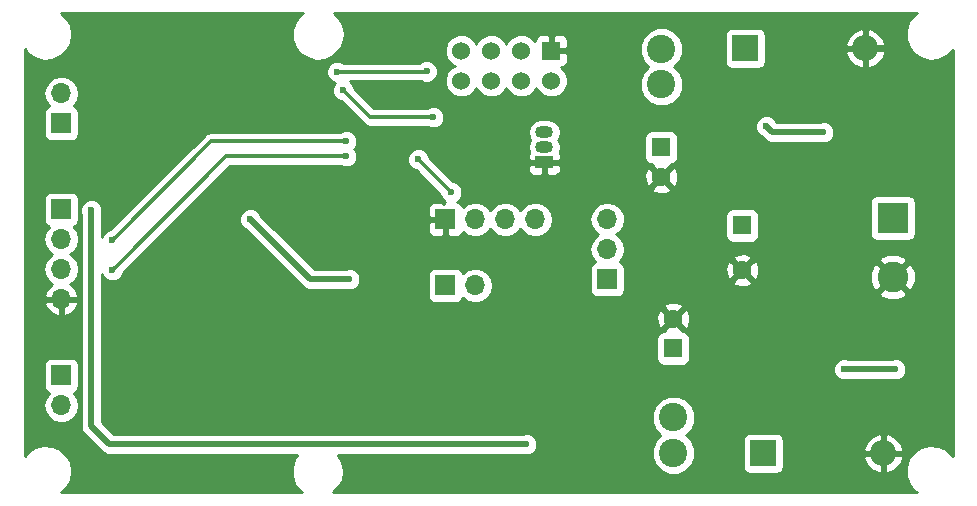
<source format=gtl>
G04 #@! TF.GenerationSoftware,KiCad,Pcbnew,5.0.0*
G04 #@! TF.CreationDate,2018-09-22T16:12:04+03:00*
G04 #@! TF.ProjectId,stm32-hamster,73746D33322D68616D737465722E6B69,rev?*
G04 #@! TF.SameCoordinates,Original*
G04 #@! TF.FileFunction,Copper,L1,Top*
G04 #@! TF.FilePolarity,Positive*
%FSLAX46Y46*%
G04 Gerber Fmt 4.6, Leading zero omitted, Abs format (unit mm)*
G04 Created by KiCad (PCBNEW 5.0.0) date Sat Sep 22 16:12:04 2018*
%MOMM*%
%LPD*%
G01*
G04 APERTURE LIST*
G04 #@! TA.AperFunction,ComponentPad*
%ADD10O,2.200000X2.200000*%
G04 #@! TD*
G04 #@! TA.AperFunction,ComponentPad*
%ADD11R,2.200000X2.200000*%
G04 #@! TD*
G04 #@! TA.AperFunction,ComponentPad*
%ADD12C,2.400000*%
G04 #@! TD*
G04 #@! TA.AperFunction,ComponentPad*
%ADD13R,1.700000X1.700000*%
G04 #@! TD*
G04 #@! TA.AperFunction,ComponentPad*
%ADD14O,1.700000X1.700000*%
G04 #@! TD*
G04 #@! TA.AperFunction,ComponentPad*
%ADD15R,1.600000X1.600000*%
G04 #@! TD*
G04 #@! TA.AperFunction,ComponentPad*
%ADD16C,1.600000*%
G04 #@! TD*
G04 #@! TA.AperFunction,ComponentPad*
%ADD17O,1.500000X1.050000*%
G04 #@! TD*
G04 #@! TA.AperFunction,ComponentPad*
%ADD18R,1.500000X1.050000*%
G04 #@! TD*
G04 #@! TA.AperFunction,ComponentPad*
%ADD19R,1.524000X1.524000*%
G04 #@! TD*
G04 #@! TA.AperFunction,ComponentPad*
%ADD20C,1.524000*%
G04 #@! TD*
G04 #@! TA.AperFunction,ComponentPad*
%ADD21R,2.600000X2.600000*%
G04 #@! TD*
G04 #@! TA.AperFunction,ComponentPad*
%ADD22C,2.600000*%
G04 #@! TD*
G04 #@! TA.AperFunction,ViaPad*
%ADD23C,0.600000*%
G04 #@! TD*
G04 #@! TA.AperFunction,Conductor*
%ADD24C,0.500000*%
G04 #@! TD*
G04 #@! TA.AperFunction,Conductor*
%ADD25C,0.300000*%
G04 #@! TD*
G04 #@! TA.AperFunction,Conductor*
%ADD26C,0.254000*%
G04 #@! TD*
G04 APERTURE END LIST*
D10*
G04 #@! TO.P,D2,2*
G04 #@! TO.N,GND*
X177800000Y-113538000D03*
D11*
G04 #@! TO.P,D2,1*
G04 #@! TO.N,Net-(D2-Pad1)*
X167640000Y-113538000D03*
G04 #@! TD*
D12*
G04 #@! TO.P,L1,2*
G04 #@! TO.N,+5V*
X160020000Y-110490000D03*
G04 #@! TO.P,L1,1*
G04 #@! TO.N,Net-(D2-Pad1)*
X160020000Y-113490000D03*
G04 #@! TD*
D13*
G04 #@! TO.P,JP2,1*
G04 #@! TO.N,+5V*
X154432000Y-98806000D03*
D14*
G04 #@! TO.P,JP2,2*
G04 #@! TO.N,Net-(J2-Pad1)*
X154432000Y-96266000D03*
G04 #@! TO.P,JP2,3*
G04 #@! TO.N,+3V3*
X154432000Y-93726000D03*
G04 #@! TD*
D15*
G04 #@! TO.P,C1,1*
G04 #@! TO.N,Net-(C1-Pad1)*
X165862000Y-94234000D03*
D16*
G04 #@! TO.P,C1,2*
G04 #@! TO.N,GND*
X165862000Y-98034000D03*
G04 #@! TD*
G04 #@! TO.P,C5,2*
G04 #@! TO.N,GND*
X160020000Y-102148000D03*
D15*
G04 #@! TO.P,C5,1*
G04 #@! TO.N,+5V*
X160020000Y-104648000D03*
G04 #@! TD*
G04 #@! TO.P,C6,1*
G04 #@! TO.N,+3V3*
X159004000Y-87630000D03*
D16*
G04 #@! TO.P,C6,2*
G04 #@! TO.N,GND*
X159004000Y-90130000D03*
G04 #@! TD*
D11*
G04 #@! TO.P,D3,1*
G04 #@! TO.N,Net-(D3-Pad1)*
X166116000Y-79248000D03*
D10*
G04 #@! TO.P,D3,2*
G04 #@! TO.N,GND*
X176276000Y-79248000D03*
G04 #@! TD*
D13*
G04 #@! TO.P,J1,1*
G04 #@! TO.N,GND*
X140716000Y-93726000D03*
D14*
G04 #@! TO.P,J1,2*
G04 #@! TO.N,Net-(J1-Pad2)*
X143256000Y-93726000D03*
G04 #@! TO.P,J1,3*
G04 #@! TO.N,Net-(J1-Pad3)*
X145796000Y-93726000D03*
G04 #@! TO.P,J1,4*
G04 #@! TO.N,+3V3*
X148336000Y-93726000D03*
G04 #@! TD*
D13*
G04 #@! TO.P,J2,1*
G04 #@! TO.N,Net-(J2-Pad1)*
X108200000Y-92870000D03*
D14*
G04 #@! TO.P,J2,2*
G04 #@! TO.N,Net-(J2-Pad2)*
X108200000Y-95410000D03*
G04 #@! TO.P,J2,3*
G04 #@! TO.N,Net-(J2-Pad3)*
X108200000Y-97950000D03*
G04 #@! TO.P,J2,4*
G04 #@! TO.N,GND*
X108200000Y-100490000D03*
G04 #@! TD*
D13*
G04 #@! TO.P,JP1,1*
G04 #@! TO.N,Net-(D1-Pad2)*
X140716000Y-99314000D03*
D14*
G04 #@! TO.P,JP1,2*
G04 #@! TO.N,Net-(J1-Pad2)*
X143256000Y-99314000D03*
G04 #@! TD*
D12*
G04 #@! TO.P,L2,1*
G04 #@! TO.N,Net-(D3-Pad1)*
X159004000Y-79296000D03*
G04 #@! TO.P,L2,2*
G04 #@! TO.N,+3V3*
X159004000Y-82296000D03*
G04 #@! TD*
D17*
G04 #@! TO.P,U1,2*
G04 #@! TO.N,Net-(U1-Pad2)*
X149098000Y-87630000D03*
G04 #@! TO.P,U1,3*
G04 #@! TO.N,+3V3*
X149098000Y-86360000D03*
D18*
G04 #@! TO.P,U1,1*
G04 #@! TO.N,GND*
X149098000Y-88900000D03*
G04 #@! TD*
D19*
G04 #@! TO.P,U5,1*
G04 #@! TO.N,GND*
X149700000Y-79450000D03*
D20*
G04 #@! TO.P,U5,2*
G04 #@! TO.N,+3V3*
X149700000Y-81990000D03*
G04 #@! TO.P,U5,3*
G04 #@! TO.N,Net-(U4-Pad8)*
X147160000Y-79450000D03*
G04 #@! TO.P,U5,4*
G04 #@! TO.N,Net-(U4-Pad9)*
X147160000Y-81990000D03*
G04 #@! TO.P,U5,5*
G04 #@! TO.N,Net-(U4-Pad11)*
X144620000Y-79450000D03*
G04 #@! TO.P,U5,6*
G04 #@! TO.N,Net-(U4-Pad13)*
X144620000Y-81990000D03*
G04 #@! TO.P,U5,7*
G04 #@! TO.N,Net-(U4-Pad12)*
X142080000Y-79450000D03*
G04 #@! TO.P,U5,8*
G04 #@! TO.N,Net-(U4-Pad10)*
X142080000Y-81990000D03*
G04 #@! TD*
D21*
G04 #@! TO.P,BT1,1*
G04 #@! TO.N,+BATT*
X178600000Y-93600000D03*
D22*
G04 #@! TO.P,BT1,2*
G04 #@! TO.N,GND*
X178600000Y-98600000D03*
G04 #@! TD*
D13*
G04 #@! TO.P,J3,1*
G04 #@! TO.N,+3V3*
X108204000Y-106934000D03*
D14*
G04 #@! TO.P,J3,2*
G04 #@! TO.N,Net-(J3-Pad2)*
X108204000Y-109474000D03*
G04 #@! TD*
G04 #@! TO.P,J4,2*
G04 #@! TO.N,Net-(J4-Pad2)*
X108204000Y-83058000D03*
D13*
G04 #@! TO.P,J4,1*
G04 #@! TO.N,+3V3*
X108204000Y-85598000D03*
G04 #@! TD*
D23*
G04 #@! TO.N,GND*
X113030000Y-89154000D03*
X135636000Y-91694000D03*
X132080000Y-84836000D03*
X112558500Y-103414500D03*
X178562000Y-79248000D03*
X180848000Y-100838000D03*
X137414000Y-93726000D03*
X166878000Y-106172000D03*
X170688000Y-106172000D03*
G04 #@! TO.N,Net-(C3-Pad1)*
X174498000Y-106426000D03*
X178816000Y-106426000D03*
G04 #@! TO.N,+3V3*
X124206000Y-93726000D03*
X132588000Y-98806000D03*
G04 #@! TO.N,Net-(J1-Pad2)*
X141224010Y-91440000D03*
X138430000Y-88646002D03*
G04 #@! TO.N,Net-(J2-Pad3)*
X132334000Y-88392000D03*
X112522000Y-98044001D03*
G04 #@! TO.N,Net-(J2-Pad2)*
X132334000Y-87122000D03*
X112522000Y-95504000D03*
G04 #@! TO.N,Net-(J2-Pad1)*
X147574000Y-112776000D03*
X110744000Y-92964000D03*
G04 #@! TO.N,Net-(R5-Pad1)*
X167894000Y-85852000D03*
X172720000Y-86360000D03*
G04 #@! TO.N,Net-(U4-Pad9)*
X139700000Y-85090000D03*
X132080000Y-82804000D03*
G04 #@! TO.N,Net-(U4-Pad10)*
X131550000Y-81225000D03*
X139125000Y-81200000D03*
G04 #@! TD*
D24*
G04 #@! TO.N,GND*
X176276000Y-79248000D02*
X178562000Y-79248000D01*
X166878000Y-106172000D02*
X170688000Y-106172000D01*
G04 #@! TO.N,Net-(C3-Pad1)*
X174498000Y-106426000D02*
X178816000Y-106426000D01*
G04 #@! TO.N,+3V3*
X124206000Y-93726000D02*
X129286000Y-98806000D01*
X129286000Y-98806000D02*
X132163736Y-98806000D01*
X132163736Y-98806000D02*
X132588000Y-98806000D01*
D25*
G04 #@! TO.N,Net-(J1-Pad2)*
X138430012Y-88646002D02*
X138430000Y-88646002D01*
X141224010Y-91440000D02*
X138430012Y-88646002D01*
G04 #@! TO.N,Net-(J2-Pad3)*
X132334000Y-88392000D02*
X122174001Y-88392000D01*
X122174001Y-88392000D02*
X112821999Y-97744002D01*
X112821999Y-97744002D02*
X112522000Y-98044001D01*
G04 #@! TO.N,Net-(J2-Pad2)*
X120904000Y-87122000D02*
X112821999Y-95204001D01*
X112821999Y-95204001D02*
X112522000Y-95504000D01*
X132334000Y-87122000D02*
X120904000Y-87122000D01*
D24*
G04 #@! TO.N,Net-(J2-Pad1)*
X110744000Y-93388264D02*
X110744000Y-92964000D01*
X110744000Y-111252000D02*
X110744000Y-93388264D01*
X147574000Y-112776000D02*
X112268000Y-112776000D01*
X112268000Y-112776000D02*
X110744000Y-111252000D01*
G04 #@! TO.N,Net-(R5-Pad1)*
X167894000Y-85852000D02*
X168402000Y-86360000D01*
X168402000Y-86360000D02*
X172720000Y-86360000D01*
D25*
G04 #@! TO.N,Net-(U4-Pad9)*
X134366000Y-85090000D02*
X132379999Y-83103999D01*
X132379999Y-83103999D02*
X132080000Y-82804000D01*
X139700000Y-85090000D02*
X134366000Y-85090000D01*
G04 #@! TO.N,Net-(U4-Pad10)*
X131550000Y-81225000D02*
X139100000Y-81225000D01*
X139100000Y-81225000D02*
X139125000Y-81200000D01*
G04 #@! TD*
D26*
G04 #@! TO.N,GND*
G36*
X128422890Y-76423793D02*
X127978466Y-77006127D01*
X127746632Y-77701021D01*
X127752386Y-78433545D01*
X127995106Y-79124712D01*
X128448621Y-79699993D01*
X129064029Y-80097357D01*
X129774971Y-80273956D01*
X130504786Y-80210747D01*
X131174778Y-79914547D01*
X131712704Y-79417293D01*
X131844992Y-79172119D01*
X140683000Y-79172119D01*
X140683000Y-79727881D01*
X140895680Y-80241337D01*
X141288663Y-80634320D01*
X141495513Y-80720000D01*
X141288663Y-80805680D01*
X140895680Y-81198663D01*
X140683000Y-81712119D01*
X140683000Y-82267881D01*
X140895680Y-82781337D01*
X141288663Y-83174320D01*
X141802119Y-83387000D01*
X142357881Y-83387000D01*
X142871337Y-83174320D01*
X143264320Y-82781337D01*
X143350000Y-82574487D01*
X143435680Y-82781337D01*
X143828663Y-83174320D01*
X144342119Y-83387000D01*
X144897881Y-83387000D01*
X145411337Y-83174320D01*
X145804320Y-82781337D01*
X145890000Y-82574487D01*
X145975680Y-82781337D01*
X146368663Y-83174320D01*
X146882119Y-83387000D01*
X147437881Y-83387000D01*
X147951337Y-83174320D01*
X148344320Y-82781337D01*
X148430000Y-82574487D01*
X148515680Y-82781337D01*
X148908663Y-83174320D01*
X149422119Y-83387000D01*
X149977881Y-83387000D01*
X150491337Y-83174320D01*
X150884320Y-82781337D01*
X151097000Y-82267881D01*
X151097000Y-81712119D01*
X150884320Y-81198663D01*
X150532657Y-80847000D01*
X150588310Y-80847000D01*
X150821699Y-80750327D01*
X151000327Y-80571698D01*
X151097000Y-80338309D01*
X151097000Y-79735750D01*
X150938250Y-79577000D01*
X149827000Y-79577000D01*
X149827000Y-79597000D01*
X149573000Y-79597000D01*
X149573000Y-79577000D01*
X149553000Y-79577000D01*
X149553000Y-79323000D01*
X149573000Y-79323000D01*
X149573000Y-78211750D01*
X149827000Y-78211750D01*
X149827000Y-79323000D01*
X150938250Y-79323000D01*
X151097000Y-79164250D01*
X151097000Y-78930996D01*
X157169000Y-78930996D01*
X157169000Y-79661004D01*
X157448362Y-80335444D01*
X157908918Y-80796000D01*
X157448362Y-81256556D01*
X157169000Y-81930996D01*
X157169000Y-82661004D01*
X157448362Y-83335444D01*
X157964556Y-83851638D01*
X158638996Y-84131000D01*
X159369004Y-84131000D01*
X160043444Y-83851638D01*
X160559638Y-83335444D01*
X160839000Y-82661004D01*
X160839000Y-81930996D01*
X160559638Y-81256556D01*
X160099082Y-80796000D01*
X160559638Y-80335444D01*
X160839000Y-79661004D01*
X160839000Y-78930996D01*
X160559638Y-78256556D01*
X160451082Y-78148000D01*
X164368560Y-78148000D01*
X164368560Y-80348000D01*
X164417843Y-80595765D01*
X164558191Y-80805809D01*
X164768235Y-80946157D01*
X165016000Y-80995440D01*
X167216000Y-80995440D01*
X167463765Y-80946157D01*
X167673809Y-80805809D01*
X167814157Y-80595765D01*
X167863440Y-80348000D01*
X167863440Y-79644122D01*
X174586825Y-79644122D01*
X174801466Y-80162332D01*
X175263608Y-80657012D01*
X175879877Y-80937183D01*
X176149000Y-80819604D01*
X176149000Y-79375000D01*
X176403000Y-79375000D01*
X176403000Y-80819604D01*
X176672123Y-80937183D01*
X177288392Y-80657012D01*
X177750534Y-80162332D01*
X177965175Y-79644122D01*
X177847125Y-79375000D01*
X176403000Y-79375000D01*
X176149000Y-79375000D01*
X174704875Y-79375000D01*
X174586825Y-79644122D01*
X167863440Y-79644122D01*
X167863440Y-78851878D01*
X174586825Y-78851878D01*
X174704875Y-79121000D01*
X176149000Y-79121000D01*
X176149000Y-77676396D01*
X176403000Y-77676396D01*
X176403000Y-79121000D01*
X177847125Y-79121000D01*
X177965175Y-78851878D01*
X177750534Y-78333668D01*
X177288392Y-77838988D01*
X176672123Y-77558817D01*
X176403000Y-77676396D01*
X176149000Y-77676396D01*
X175879877Y-77558817D01*
X175263608Y-77838988D01*
X174801466Y-78333668D01*
X174586825Y-78851878D01*
X167863440Y-78851878D01*
X167863440Y-78148000D01*
X167814157Y-77900235D01*
X167673809Y-77690191D01*
X167463765Y-77549843D01*
X167216000Y-77500560D01*
X165016000Y-77500560D01*
X164768235Y-77549843D01*
X164558191Y-77690191D01*
X164417843Y-77900235D01*
X164368560Y-78148000D01*
X160451082Y-78148000D01*
X160043444Y-77740362D01*
X159369004Y-77461000D01*
X158638996Y-77461000D01*
X157964556Y-77740362D01*
X157448362Y-78256556D01*
X157169000Y-78930996D01*
X151097000Y-78930996D01*
X151097000Y-78561691D01*
X151000327Y-78328302D01*
X150821699Y-78149673D01*
X150588310Y-78053000D01*
X149985750Y-78053000D01*
X149827000Y-78211750D01*
X149573000Y-78211750D01*
X149414250Y-78053000D01*
X148811690Y-78053000D01*
X148578301Y-78149673D01*
X148399673Y-78328302D01*
X148303000Y-78561691D01*
X148303000Y-78617343D01*
X147951337Y-78265680D01*
X147437881Y-78053000D01*
X146882119Y-78053000D01*
X146368663Y-78265680D01*
X145975680Y-78658663D01*
X145890000Y-78865513D01*
X145804320Y-78658663D01*
X145411337Y-78265680D01*
X144897881Y-78053000D01*
X144342119Y-78053000D01*
X143828663Y-78265680D01*
X143435680Y-78658663D01*
X143350000Y-78865513D01*
X143264320Y-78658663D01*
X142871337Y-78265680D01*
X142357881Y-78053000D01*
X141802119Y-78053000D01*
X141288663Y-78265680D01*
X140895680Y-78658663D01*
X140683000Y-79172119D01*
X131844992Y-79172119D01*
X132060558Y-78772606D01*
X132180833Y-78050000D01*
X132180558Y-78014960D01*
X132048948Y-77294332D01*
X131691010Y-76655188D01*
X131249792Y-76260000D01*
X180619502Y-76260000D01*
X180373460Y-76424400D01*
X179929203Y-77006517D01*
X179697455Y-77701151D01*
X179703206Y-78433402D01*
X179945836Y-79124311D01*
X180399182Y-79699377D01*
X181014360Y-80096593D01*
X181725036Y-80273126D01*
X182454578Y-80209940D01*
X183124321Y-79913850D01*
X183662046Y-79416783D01*
X183690000Y-79364975D01*
X183690001Y-113744349D01*
X183640360Y-113655709D01*
X183094894Y-113167149D01*
X182420583Y-112881615D01*
X181690138Y-112829897D01*
X180982323Y-113017571D01*
X180373460Y-113424400D01*
X179929203Y-114006517D01*
X179697455Y-114701151D01*
X179703206Y-115433402D01*
X179945836Y-116124311D01*
X180399182Y-116699377D01*
X180616968Y-116840000D01*
X131205422Y-116840000D01*
X131662704Y-116417293D01*
X132010558Y-115772606D01*
X132130833Y-115050000D01*
X132130558Y-115014960D01*
X131998948Y-114294332D01*
X131644265Y-113661000D01*
X147267306Y-113661000D01*
X147388017Y-113711000D01*
X147759983Y-113711000D01*
X148103635Y-113568655D01*
X148366655Y-113305635D01*
X148509000Y-112961983D01*
X148509000Y-112590017D01*
X148366655Y-112246365D01*
X148103635Y-111983345D01*
X147759983Y-111841000D01*
X147388017Y-111841000D01*
X147267306Y-111891000D01*
X112634579Y-111891000D01*
X111629000Y-110885422D01*
X111629000Y-110124996D01*
X158185000Y-110124996D01*
X158185000Y-110855004D01*
X158464362Y-111529444D01*
X158924918Y-111990000D01*
X158464362Y-112450556D01*
X158185000Y-113124996D01*
X158185000Y-113855004D01*
X158464362Y-114529444D01*
X158980556Y-115045638D01*
X159654996Y-115325000D01*
X160385004Y-115325000D01*
X161059444Y-115045638D01*
X161575638Y-114529444D01*
X161855000Y-113855004D01*
X161855000Y-113124996D01*
X161575638Y-112450556D01*
X161563082Y-112438000D01*
X165892560Y-112438000D01*
X165892560Y-114638000D01*
X165941843Y-114885765D01*
X166082191Y-115095809D01*
X166292235Y-115236157D01*
X166540000Y-115285440D01*
X168740000Y-115285440D01*
X168987765Y-115236157D01*
X169197809Y-115095809D01*
X169338157Y-114885765D01*
X169387440Y-114638000D01*
X169387440Y-113934122D01*
X176110825Y-113934122D01*
X176325466Y-114452332D01*
X176787608Y-114947012D01*
X177403877Y-115227183D01*
X177673000Y-115109604D01*
X177673000Y-113665000D01*
X177927000Y-113665000D01*
X177927000Y-115109604D01*
X178196123Y-115227183D01*
X178812392Y-114947012D01*
X179274534Y-114452332D01*
X179489175Y-113934122D01*
X179371125Y-113665000D01*
X177927000Y-113665000D01*
X177673000Y-113665000D01*
X176228875Y-113665000D01*
X176110825Y-113934122D01*
X169387440Y-113934122D01*
X169387440Y-113141878D01*
X176110825Y-113141878D01*
X176228875Y-113411000D01*
X177673000Y-113411000D01*
X177673000Y-111966396D01*
X177927000Y-111966396D01*
X177927000Y-113411000D01*
X179371125Y-113411000D01*
X179489175Y-113141878D01*
X179274534Y-112623668D01*
X178812392Y-112128988D01*
X178196123Y-111848817D01*
X177927000Y-111966396D01*
X177673000Y-111966396D01*
X177403877Y-111848817D01*
X176787608Y-112128988D01*
X176325466Y-112623668D01*
X176110825Y-113141878D01*
X169387440Y-113141878D01*
X169387440Y-112438000D01*
X169338157Y-112190235D01*
X169197809Y-111980191D01*
X168987765Y-111839843D01*
X168740000Y-111790560D01*
X166540000Y-111790560D01*
X166292235Y-111839843D01*
X166082191Y-111980191D01*
X165941843Y-112190235D01*
X165892560Y-112438000D01*
X161563082Y-112438000D01*
X161115082Y-111990000D01*
X161575638Y-111529444D01*
X161855000Y-110855004D01*
X161855000Y-110124996D01*
X161575638Y-109450556D01*
X161059444Y-108934362D01*
X160385004Y-108655000D01*
X159654996Y-108655000D01*
X158980556Y-108934362D01*
X158464362Y-109450556D01*
X158185000Y-110124996D01*
X111629000Y-110124996D01*
X111629000Y-106240017D01*
X173563000Y-106240017D01*
X173563000Y-106611983D01*
X173705345Y-106955635D01*
X173968365Y-107218655D01*
X174312017Y-107361000D01*
X174683983Y-107361000D01*
X174804694Y-107311000D01*
X178509306Y-107311000D01*
X178630017Y-107361000D01*
X179001983Y-107361000D01*
X179345635Y-107218655D01*
X179608655Y-106955635D01*
X179751000Y-106611983D01*
X179751000Y-106240017D01*
X179608655Y-105896365D01*
X179345635Y-105633345D01*
X179001983Y-105491000D01*
X178630017Y-105491000D01*
X178509306Y-105541000D01*
X174804694Y-105541000D01*
X174683983Y-105491000D01*
X174312017Y-105491000D01*
X173968365Y-105633345D01*
X173705345Y-105896365D01*
X173563000Y-106240017D01*
X111629000Y-106240017D01*
X111629000Y-103848000D01*
X158572560Y-103848000D01*
X158572560Y-105448000D01*
X158621843Y-105695765D01*
X158762191Y-105905809D01*
X158972235Y-106046157D01*
X159220000Y-106095440D01*
X160820000Y-106095440D01*
X161067765Y-106046157D01*
X161277809Y-105905809D01*
X161418157Y-105695765D01*
X161467440Y-105448000D01*
X161467440Y-103848000D01*
X161418157Y-103600235D01*
X161277809Y-103390191D01*
X161067765Y-103249843D01*
X160833813Y-103203307D01*
X160848139Y-103155745D01*
X160020000Y-102327605D01*
X159191861Y-103155745D01*
X159206187Y-103203307D01*
X158972235Y-103249843D01*
X158762191Y-103390191D01*
X158621843Y-103600235D01*
X158572560Y-103848000D01*
X111629000Y-103848000D01*
X111629000Y-101931223D01*
X158573035Y-101931223D01*
X158600222Y-102501454D01*
X158766136Y-102902005D01*
X159012255Y-102976139D01*
X159840395Y-102148000D01*
X160199605Y-102148000D01*
X161027745Y-102976139D01*
X161273864Y-102902005D01*
X161466965Y-102364777D01*
X161439778Y-101794546D01*
X161273864Y-101393995D01*
X161027745Y-101319861D01*
X160199605Y-102148000D01*
X159840395Y-102148000D01*
X159012255Y-101319861D01*
X158766136Y-101393995D01*
X158573035Y-101931223D01*
X111629000Y-101931223D01*
X111629000Y-101140255D01*
X159191861Y-101140255D01*
X160020000Y-101968395D01*
X160848139Y-101140255D01*
X160774005Y-100894136D01*
X160236777Y-100701035D01*
X159666546Y-100728222D01*
X159265995Y-100894136D01*
X159191861Y-101140255D01*
X111629000Y-101140255D01*
X111629000Y-98331381D01*
X111729345Y-98573636D01*
X111992365Y-98836656D01*
X112336017Y-98979001D01*
X112707983Y-98979001D01*
X113051635Y-98836656D01*
X113314655Y-98573636D01*
X113457000Y-98229984D01*
X113457000Y-98219158D01*
X118136141Y-93540017D01*
X123271000Y-93540017D01*
X123271000Y-93911983D01*
X123413345Y-94255635D01*
X123676365Y-94518655D01*
X123797078Y-94568656D01*
X128598577Y-99370156D01*
X128647951Y-99444049D01*
X128721844Y-99493423D01*
X128721845Y-99493424D01*
X128879334Y-99598655D01*
X128940690Y-99639652D01*
X129198835Y-99691000D01*
X129198839Y-99691000D01*
X129286000Y-99708337D01*
X129373161Y-99691000D01*
X132281306Y-99691000D01*
X132402017Y-99741000D01*
X132773983Y-99741000D01*
X133117635Y-99598655D01*
X133380655Y-99335635D01*
X133523000Y-98991983D01*
X133523000Y-98620017D01*
X133458376Y-98464000D01*
X139218560Y-98464000D01*
X139218560Y-100164000D01*
X139267843Y-100411765D01*
X139408191Y-100621809D01*
X139618235Y-100762157D01*
X139866000Y-100811440D01*
X141566000Y-100811440D01*
X141813765Y-100762157D01*
X142023809Y-100621809D01*
X142164157Y-100411765D01*
X142173184Y-100366381D01*
X142185375Y-100384625D01*
X142676582Y-100712839D01*
X143109744Y-100799000D01*
X143402256Y-100799000D01*
X143835418Y-100712839D01*
X144326625Y-100384625D01*
X144654839Y-99893418D01*
X144770092Y-99314000D01*
X144654839Y-98734582D01*
X144326625Y-98243375D01*
X143835418Y-97915161D01*
X143402256Y-97829000D01*
X143109744Y-97829000D01*
X142676582Y-97915161D01*
X142185375Y-98243375D01*
X142173184Y-98261619D01*
X142164157Y-98216235D01*
X142023809Y-98006191D01*
X141813765Y-97865843D01*
X141566000Y-97816560D01*
X139866000Y-97816560D01*
X139618235Y-97865843D01*
X139408191Y-98006191D01*
X139267843Y-98216235D01*
X139218560Y-98464000D01*
X133458376Y-98464000D01*
X133380655Y-98276365D01*
X133117635Y-98013345D01*
X132773983Y-97871000D01*
X132402017Y-97871000D01*
X132281306Y-97921000D01*
X129652579Y-97921000D01*
X125743329Y-94011750D01*
X139231000Y-94011750D01*
X139231000Y-94702309D01*
X139327673Y-94935698D01*
X139506301Y-95114327D01*
X139739690Y-95211000D01*
X140430250Y-95211000D01*
X140589000Y-95052250D01*
X140589000Y-93853000D01*
X139389750Y-93853000D01*
X139231000Y-94011750D01*
X125743329Y-94011750D01*
X125048656Y-93317078D01*
X124998655Y-93196365D01*
X124735635Y-92933345D01*
X124391983Y-92791000D01*
X124020017Y-92791000D01*
X123676365Y-92933345D01*
X123413345Y-93196365D01*
X123271000Y-93540017D01*
X118136141Y-93540017D01*
X122499159Y-89177000D01*
X131796710Y-89177000D01*
X131804365Y-89184655D01*
X132148017Y-89327000D01*
X132519983Y-89327000D01*
X132863635Y-89184655D01*
X133126655Y-88921635D01*
X133269000Y-88577983D01*
X133269000Y-88460019D01*
X137495000Y-88460019D01*
X137495000Y-88831985D01*
X137637345Y-89175637D01*
X137900365Y-89438657D01*
X138244017Y-89581002D01*
X138254855Y-89581002D01*
X140289010Y-91615158D01*
X140289010Y-91625983D01*
X140431355Y-91969635D01*
X140694375Y-92232655D01*
X140714522Y-92241000D01*
X140588998Y-92241000D01*
X140588998Y-92399748D01*
X140430250Y-92241000D01*
X139739690Y-92241000D01*
X139506301Y-92337673D01*
X139327673Y-92516302D01*
X139231000Y-92749691D01*
X139231000Y-93440250D01*
X139389750Y-93599000D01*
X140589000Y-93599000D01*
X140589000Y-93579000D01*
X140843000Y-93579000D01*
X140843000Y-93599000D01*
X140863000Y-93599000D01*
X140863000Y-93853000D01*
X140843000Y-93853000D01*
X140843000Y-95052250D01*
X141001750Y-95211000D01*
X141692310Y-95211000D01*
X141925699Y-95114327D01*
X142104327Y-94935698D01*
X142170904Y-94774967D01*
X142185375Y-94796625D01*
X142676582Y-95124839D01*
X143109744Y-95211000D01*
X143402256Y-95211000D01*
X143835418Y-95124839D01*
X144326625Y-94796625D01*
X144526000Y-94498239D01*
X144725375Y-94796625D01*
X145216582Y-95124839D01*
X145649744Y-95211000D01*
X145942256Y-95211000D01*
X146375418Y-95124839D01*
X146866625Y-94796625D01*
X147066000Y-94498239D01*
X147265375Y-94796625D01*
X147756582Y-95124839D01*
X148189744Y-95211000D01*
X148482256Y-95211000D01*
X148915418Y-95124839D01*
X149406625Y-94796625D01*
X149734839Y-94305418D01*
X149850092Y-93726000D01*
X152917908Y-93726000D01*
X153033161Y-94305418D01*
X153361375Y-94796625D01*
X153659761Y-94996000D01*
X153361375Y-95195375D01*
X153033161Y-95686582D01*
X152917908Y-96266000D01*
X153033161Y-96845418D01*
X153361375Y-97336625D01*
X153379619Y-97348816D01*
X153334235Y-97357843D01*
X153124191Y-97498191D01*
X152983843Y-97708235D01*
X152934560Y-97956000D01*
X152934560Y-99656000D01*
X152983843Y-99903765D01*
X153124191Y-100113809D01*
X153334235Y-100254157D01*
X153582000Y-100303440D01*
X155282000Y-100303440D01*
X155529765Y-100254157D01*
X155739809Y-100113809D01*
X155836261Y-99969459D01*
X177410146Y-99969459D01*
X177545504Y-100267455D01*
X178263880Y-100544066D01*
X179033427Y-100524710D01*
X179654496Y-100267455D01*
X179789854Y-99969459D01*
X178600000Y-98779605D01*
X177410146Y-99969459D01*
X155836261Y-99969459D01*
X155880157Y-99903765D01*
X155929440Y-99656000D01*
X155929440Y-99041745D01*
X165033861Y-99041745D01*
X165107995Y-99287864D01*
X165645223Y-99480965D01*
X166215454Y-99453778D01*
X166616005Y-99287864D01*
X166690139Y-99041745D01*
X165862000Y-98213605D01*
X165033861Y-99041745D01*
X155929440Y-99041745D01*
X155929440Y-97956000D01*
X155901836Y-97817223D01*
X164415035Y-97817223D01*
X164442222Y-98387454D01*
X164608136Y-98788005D01*
X164854255Y-98862139D01*
X165682395Y-98034000D01*
X166041605Y-98034000D01*
X166869745Y-98862139D01*
X167115864Y-98788005D01*
X167304255Y-98263880D01*
X176655934Y-98263880D01*
X176675290Y-99033427D01*
X176932545Y-99654496D01*
X177230541Y-99789854D01*
X178420395Y-98600000D01*
X178779605Y-98600000D01*
X179969459Y-99789854D01*
X180267455Y-99654496D01*
X180544066Y-98936120D01*
X180524710Y-98166573D01*
X180267455Y-97545504D01*
X179969459Y-97410146D01*
X178779605Y-98600000D01*
X178420395Y-98600000D01*
X177230541Y-97410146D01*
X176932545Y-97545504D01*
X176655934Y-98263880D01*
X167304255Y-98263880D01*
X167308965Y-98250777D01*
X167281778Y-97680546D01*
X167115864Y-97279995D01*
X166951681Y-97230541D01*
X177410146Y-97230541D01*
X178600000Y-98420395D01*
X179789854Y-97230541D01*
X179654496Y-96932545D01*
X178936120Y-96655934D01*
X178166573Y-96675290D01*
X177545504Y-96932545D01*
X177410146Y-97230541D01*
X166951681Y-97230541D01*
X166869745Y-97205861D01*
X166041605Y-98034000D01*
X165682395Y-98034000D01*
X164854255Y-97205861D01*
X164608136Y-97279995D01*
X164415035Y-97817223D01*
X155901836Y-97817223D01*
X155880157Y-97708235D01*
X155739809Y-97498191D01*
X155529765Y-97357843D01*
X155484381Y-97348816D01*
X155502625Y-97336625D01*
X155710007Y-97026255D01*
X165033861Y-97026255D01*
X165862000Y-97854395D01*
X166690139Y-97026255D01*
X166616005Y-96780136D01*
X166078777Y-96587035D01*
X165508546Y-96614222D01*
X165107995Y-96780136D01*
X165033861Y-97026255D01*
X155710007Y-97026255D01*
X155830839Y-96845418D01*
X155946092Y-96266000D01*
X155830839Y-95686582D01*
X155502625Y-95195375D01*
X155204239Y-94996000D01*
X155502625Y-94796625D01*
X155830839Y-94305418D01*
X155946092Y-93726000D01*
X155888010Y-93434000D01*
X164414560Y-93434000D01*
X164414560Y-95034000D01*
X164463843Y-95281765D01*
X164604191Y-95491809D01*
X164814235Y-95632157D01*
X165062000Y-95681440D01*
X166662000Y-95681440D01*
X166909765Y-95632157D01*
X167119809Y-95491809D01*
X167260157Y-95281765D01*
X167309440Y-95034000D01*
X167309440Y-93434000D01*
X167260157Y-93186235D01*
X167119809Y-92976191D01*
X166909765Y-92835843D01*
X166662000Y-92786560D01*
X165062000Y-92786560D01*
X164814235Y-92835843D01*
X164604191Y-92976191D01*
X164463843Y-93186235D01*
X164414560Y-93434000D01*
X155888010Y-93434000D01*
X155830839Y-93146582D01*
X155502625Y-92655375D01*
X155011418Y-92327161D01*
X154874870Y-92300000D01*
X176652560Y-92300000D01*
X176652560Y-94900000D01*
X176701843Y-95147765D01*
X176842191Y-95357809D01*
X177052235Y-95498157D01*
X177300000Y-95547440D01*
X179900000Y-95547440D01*
X180147765Y-95498157D01*
X180357809Y-95357809D01*
X180498157Y-95147765D01*
X180547440Y-94900000D01*
X180547440Y-92300000D01*
X180498157Y-92052235D01*
X180357809Y-91842191D01*
X180147765Y-91701843D01*
X179900000Y-91652560D01*
X177300000Y-91652560D01*
X177052235Y-91701843D01*
X176842191Y-91842191D01*
X176701843Y-92052235D01*
X176652560Y-92300000D01*
X154874870Y-92300000D01*
X154578256Y-92241000D01*
X154285744Y-92241000D01*
X153852582Y-92327161D01*
X153361375Y-92655375D01*
X153033161Y-93146582D01*
X152917908Y-93726000D01*
X149850092Y-93726000D01*
X149734839Y-93146582D01*
X149406625Y-92655375D01*
X148915418Y-92327161D01*
X148482256Y-92241000D01*
X148189744Y-92241000D01*
X147756582Y-92327161D01*
X147265375Y-92655375D01*
X147066000Y-92953761D01*
X146866625Y-92655375D01*
X146375418Y-92327161D01*
X145942256Y-92241000D01*
X145649744Y-92241000D01*
X145216582Y-92327161D01*
X144725375Y-92655375D01*
X144526000Y-92953761D01*
X144326625Y-92655375D01*
X143835418Y-92327161D01*
X143402256Y-92241000D01*
X143109744Y-92241000D01*
X142676582Y-92327161D01*
X142185375Y-92655375D01*
X142170904Y-92677033D01*
X142104327Y-92516302D01*
X141925699Y-92337673D01*
X141712904Y-92249530D01*
X141753645Y-92232655D01*
X142016665Y-91969635D01*
X142159010Y-91625983D01*
X142159010Y-91254017D01*
X142110849Y-91137745D01*
X158175861Y-91137745D01*
X158249995Y-91383864D01*
X158787223Y-91576965D01*
X159357454Y-91549778D01*
X159758005Y-91383864D01*
X159832139Y-91137745D01*
X159004000Y-90309605D01*
X158175861Y-91137745D01*
X142110849Y-91137745D01*
X142016665Y-90910365D01*
X141753645Y-90647345D01*
X141409993Y-90505000D01*
X141399168Y-90505000D01*
X140079918Y-89185750D01*
X147713000Y-89185750D01*
X147713000Y-89551309D01*
X147809673Y-89784698D01*
X147988301Y-89963327D01*
X148221690Y-90060000D01*
X148812250Y-90060000D01*
X148971000Y-89901250D01*
X148971000Y-89027000D01*
X149225000Y-89027000D01*
X149225000Y-89901250D01*
X149383750Y-90060000D01*
X149974310Y-90060000D01*
X150207699Y-89963327D01*
X150257802Y-89913223D01*
X157557035Y-89913223D01*
X157584222Y-90483454D01*
X157750136Y-90884005D01*
X157996255Y-90958139D01*
X158824395Y-90130000D01*
X159183605Y-90130000D01*
X160011745Y-90958139D01*
X160257864Y-90884005D01*
X160450965Y-90346777D01*
X160423778Y-89776546D01*
X160257864Y-89375995D01*
X160011745Y-89301861D01*
X159183605Y-90130000D01*
X158824395Y-90130000D01*
X157996255Y-89301861D01*
X157750136Y-89375995D01*
X157557035Y-89913223D01*
X150257802Y-89913223D01*
X150386327Y-89784698D01*
X150483000Y-89551309D01*
X150483000Y-89185750D01*
X150324250Y-89027000D01*
X149225000Y-89027000D01*
X148971000Y-89027000D01*
X147871750Y-89027000D01*
X147713000Y-89185750D01*
X140079918Y-89185750D01*
X139365000Y-88470833D01*
X139365000Y-88460019D01*
X139222655Y-88116367D01*
X138959635Y-87853347D01*
X138615983Y-87711002D01*
X138244017Y-87711002D01*
X137900365Y-87853347D01*
X137637345Y-88116367D01*
X137495000Y-88460019D01*
X133269000Y-88460019D01*
X133269000Y-88206017D01*
X133126655Y-87862365D01*
X133021290Y-87757000D01*
X133126655Y-87651635D01*
X133269000Y-87307983D01*
X133269000Y-86936017D01*
X133126655Y-86592365D01*
X132894290Y-86360000D01*
X147690275Y-86360000D01*
X147780305Y-86812609D01*
X147902174Y-86995000D01*
X147780305Y-87177391D01*
X147690275Y-87630000D01*
X147780305Y-88082609D01*
X147781224Y-88083984D01*
X147713000Y-88248691D01*
X147713000Y-88614250D01*
X147871750Y-88773000D01*
X148673290Y-88773000D01*
X148758754Y-88790000D01*
X149437246Y-88790000D01*
X149522710Y-88773000D01*
X150324250Y-88773000D01*
X150483000Y-88614250D01*
X150483000Y-88248691D01*
X150414776Y-88083984D01*
X150415695Y-88082609D01*
X150505725Y-87630000D01*
X150415695Y-87177391D01*
X150293826Y-86995000D01*
X150404074Y-86830000D01*
X157556560Y-86830000D01*
X157556560Y-88430000D01*
X157605843Y-88677765D01*
X157746191Y-88887809D01*
X157956235Y-89028157D01*
X158190187Y-89074693D01*
X158175861Y-89122255D01*
X159004000Y-89950395D01*
X159832139Y-89122255D01*
X159817813Y-89074693D01*
X160051765Y-89028157D01*
X160261809Y-88887809D01*
X160402157Y-88677765D01*
X160451440Y-88430000D01*
X160451440Y-86830000D01*
X160402157Y-86582235D01*
X160261809Y-86372191D01*
X160051765Y-86231843D01*
X159804000Y-86182560D01*
X158204000Y-86182560D01*
X157956235Y-86231843D01*
X157746191Y-86372191D01*
X157605843Y-86582235D01*
X157556560Y-86830000D01*
X150404074Y-86830000D01*
X150415695Y-86812609D01*
X150505725Y-86360000D01*
X150415695Y-85907391D01*
X150254415Y-85666017D01*
X166959000Y-85666017D01*
X166959000Y-86037983D01*
X167101345Y-86381635D01*
X167364365Y-86644655D01*
X167485078Y-86694656D01*
X167714575Y-86924153D01*
X167763951Y-86998049D01*
X168056690Y-87193652D01*
X168314835Y-87245000D01*
X168314839Y-87245000D01*
X168401999Y-87262337D01*
X168489159Y-87245000D01*
X172413306Y-87245000D01*
X172534017Y-87295000D01*
X172905983Y-87295000D01*
X173249635Y-87152655D01*
X173512655Y-86889635D01*
X173655000Y-86545983D01*
X173655000Y-86174017D01*
X173512655Y-85830365D01*
X173249635Y-85567345D01*
X172905983Y-85425000D01*
X172534017Y-85425000D01*
X172413306Y-85475000D01*
X168768578Y-85475000D01*
X168736656Y-85443078D01*
X168686655Y-85322365D01*
X168423635Y-85059345D01*
X168079983Y-84917000D01*
X167708017Y-84917000D01*
X167364365Y-85059345D01*
X167101345Y-85322365D01*
X166959000Y-85666017D01*
X150254415Y-85666017D01*
X150159313Y-85523687D01*
X149775609Y-85267305D01*
X149437246Y-85200000D01*
X148758754Y-85200000D01*
X148420391Y-85267305D01*
X148036687Y-85523687D01*
X147780305Y-85907391D01*
X147690275Y-86360000D01*
X132894290Y-86360000D01*
X132863635Y-86329345D01*
X132519983Y-86187000D01*
X132148017Y-86187000D01*
X131804365Y-86329345D01*
X131796710Y-86337000D01*
X120981310Y-86337000D01*
X120903999Y-86321622D01*
X120826688Y-86337000D01*
X120826684Y-86337000D01*
X120597708Y-86382546D01*
X120530746Y-86427289D01*
X120403591Y-86512251D01*
X120403589Y-86512253D01*
X120338047Y-86556047D01*
X120294253Y-86621589D01*
X112346843Y-94569000D01*
X112336017Y-94569000D01*
X111992365Y-94711345D01*
X111729345Y-94974365D01*
X111629000Y-95216620D01*
X111629000Y-93270694D01*
X111679000Y-93149983D01*
X111679000Y-92778017D01*
X111536655Y-92434365D01*
X111273635Y-92171345D01*
X110929983Y-92029000D01*
X110558017Y-92029000D01*
X110214365Y-92171345D01*
X109951345Y-92434365D01*
X109809000Y-92778017D01*
X109809000Y-93149983D01*
X109859000Y-93270694D01*
X109859000Y-93475428D01*
X109859001Y-93475433D01*
X109859000Y-111164839D01*
X109841663Y-111252000D01*
X109859000Y-111339161D01*
X109859000Y-111339164D01*
X109910348Y-111597309D01*
X110105951Y-111890049D01*
X110179847Y-111939425D01*
X111580577Y-113340156D01*
X111629951Y-113414049D01*
X111703844Y-113463423D01*
X111703845Y-113463424D01*
X111814880Y-113537615D01*
X111922690Y-113609652D01*
X112180835Y-113661000D01*
X112180839Y-113661000D01*
X112267999Y-113678337D01*
X112355159Y-113661000D01*
X128191859Y-113661000D01*
X127928466Y-114006127D01*
X127696632Y-114701021D01*
X127702386Y-115433545D01*
X127945106Y-116124712D01*
X128398621Y-116699993D01*
X128615453Y-116840000D01*
X108204212Y-116840000D01*
X108662046Y-116416783D01*
X109009770Y-115772336D01*
X109130000Y-115050000D01*
X109129725Y-115014973D01*
X108998164Y-114294614D01*
X108640360Y-113655709D01*
X108094894Y-113167149D01*
X107420583Y-112881615D01*
X106690138Y-112829897D01*
X105982323Y-113017571D01*
X105373460Y-113424400D01*
X105110000Y-113769616D01*
X105110000Y-109474000D01*
X106689908Y-109474000D01*
X106805161Y-110053418D01*
X107133375Y-110544625D01*
X107624582Y-110872839D01*
X108057744Y-110959000D01*
X108350256Y-110959000D01*
X108783418Y-110872839D01*
X109274625Y-110544625D01*
X109602839Y-110053418D01*
X109718092Y-109474000D01*
X109602839Y-108894582D01*
X109274625Y-108403375D01*
X109256381Y-108391184D01*
X109301765Y-108382157D01*
X109511809Y-108241809D01*
X109652157Y-108031765D01*
X109701440Y-107784000D01*
X109701440Y-106084000D01*
X109652157Y-105836235D01*
X109511809Y-105626191D01*
X109301765Y-105485843D01*
X109054000Y-105436560D01*
X107354000Y-105436560D01*
X107106235Y-105485843D01*
X106896191Y-105626191D01*
X106755843Y-105836235D01*
X106706560Y-106084000D01*
X106706560Y-107784000D01*
X106755843Y-108031765D01*
X106896191Y-108241809D01*
X107106235Y-108382157D01*
X107151619Y-108391184D01*
X107133375Y-108403375D01*
X106805161Y-108894582D01*
X106689908Y-109474000D01*
X105110000Y-109474000D01*
X105110000Y-100846890D01*
X106758524Y-100846890D01*
X106928355Y-101256924D01*
X107318642Y-101685183D01*
X107843108Y-101931486D01*
X108073000Y-101810819D01*
X108073000Y-100617000D01*
X108327000Y-100617000D01*
X108327000Y-101810819D01*
X108556892Y-101931486D01*
X109081358Y-101685183D01*
X109471645Y-101256924D01*
X109641476Y-100846890D01*
X109520155Y-100617000D01*
X108327000Y-100617000D01*
X108073000Y-100617000D01*
X106879845Y-100617000D01*
X106758524Y-100846890D01*
X105110000Y-100846890D01*
X105110000Y-95410000D01*
X106685908Y-95410000D01*
X106801161Y-95989418D01*
X107129375Y-96480625D01*
X107427761Y-96680000D01*
X107129375Y-96879375D01*
X106801161Y-97370582D01*
X106685908Y-97950000D01*
X106801161Y-98529418D01*
X107129375Y-99020625D01*
X107448478Y-99233843D01*
X107318642Y-99294817D01*
X106928355Y-99723076D01*
X106758524Y-100133110D01*
X106879845Y-100363000D01*
X108073000Y-100363000D01*
X108073000Y-100343000D01*
X108327000Y-100343000D01*
X108327000Y-100363000D01*
X109520155Y-100363000D01*
X109641476Y-100133110D01*
X109471645Y-99723076D01*
X109081358Y-99294817D01*
X108951522Y-99233843D01*
X109270625Y-99020625D01*
X109598839Y-98529418D01*
X109714092Y-97950000D01*
X109598839Y-97370582D01*
X109270625Y-96879375D01*
X108972239Y-96680000D01*
X109270625Y-96480625D01*
X109598839Y-95989418D01*
X109714092Y-95410000D01*
X109598839Y-94830582D01*
X109270625Y-94339375D01*
X109252381Y-94327184D01*
X109297765Y-94318157D01*
X109507809Y-94177809D01*
X109648157Y-93967765D01*
X109697440Y-93720000D01*
X109697440Y-92020000D01*
X109648157Y-91772235D01*
X109507809Y-91562191D01*
X109297765Y-91421843D01*
X109050000Y-91372560D01*
X107350000Y-91372560D01*
X107102235Y-91421843D01*
X106892191Y-91562191D01*
X106751843Y-91772235D01*
X106702560Y-92020000D01*
X106702560Y-93720000D01*
X106751843Y-93967765D01*
X106892191Y-94177809D01*
X107102235Y-94318157D01*
X107147619Y-94327184D01*
X107129375Y-94339375D01*
X106801161Y-94830582D01*
X106685908Y-95410000D01*
X105110000Y-95410000D01*
X105110000Y-83058000D01*
X106689908Y-83058000D01*
X106805161Y-83637418D01*
X107133375Y-84128625D01*
X107151619Y-84140816D01*
X107106235Y-84149843D01*
X106896191Y-84290191D01*
X106755843Y-84500235D01*
X106706560Y-84748000D01*
X106706560Y-86448000D01*
X106755843Y-86695765D01*
X106896191Y-86905809D01*
X107106235Y-87046157D01*
X107354000Y-87095440D01*
X109054000Y-87095440D01*
X109301765Y-87046157D01*
X109511809Y-86905809D01*
X109652157Y-86695765D01*
X109701440Y-86448000D01*
X109701440Y-84748000D01*
X109652157Y-84500235D01*
X109511809Y-84290191D01*
X109301765Y-84149843D01*
X109256381Y-84140816D01*
X109274625Y-84128625D01*
X109602839Y-83637418D01*
X109718092Y-83058000D01*
X109602839Y-82478582D01*
X109274625Y-81987375D01*
X108783418Y-81659161D01*
X108350256Y-81573000D01*
X108057744Y-81573000D01*
X107624582Y-81659161D01*
X107133375Y-81987375D01*
X106805161Y-82478582D01*
X106689908Y-83058000D01*
X105110000Y-83058000D01*
X105110000Y-81039017D01*
X130615000Y-81039017D01*
X130615000Y-81410983D01*
X130757345Y-81754635D01*
X131020365Y-82017655D01*
X131364017Y-82160000D01*
X131401710Y-82160000D01*
X131287345Y-82274365D01*
X131145000Y-82618017D01*
X131145000Y-82989983D01*
X131287345Y-83333635D01*
X131550365Y-83596655D01*
X131894017Y-83739000D01*
X131904843Y-83739000D01*
X133756251Y-85590408D01*
X133800047Y-85655953D01*
X134059708Y-85829454D01*
X134288684Y-85875000D01*
X134288688Y-85875000D01*
X134366000Y-85890378D01*
X134443312Y-85875000D01*
X139162710Y-85875000D01*
X139170365Y-85882655D01*
X139514017Y-86025000D01*
X139885983Y-86025000D01*
X140229635Y-85882655D01*
X140492655Y-85619635D01*
X140635000Y-85275983D01*
X140635000Y-84904017D01*
X140492655Y-84560365D01*
X140229635Y-84297345D01*
X139885983Y-84155000D01*
X139514017Y-84155000D01*
X139170365Y-84297345D01*
X139162710Y-84305000D01*
X134691157Y-84305000D01*
X133015000Y-82628843D01*
X133015000Y-82618017D01*
X132872655Y-82274365D01*
X132609635Y-82011345D01*
X132606388Y-82010000D01*
X138637240Y-82010000D01*
X138939017Y-82135000D01*
X139310983Y-82135000D01*
X139654635Y-81992655D01*
X139917655Y-81729635D01*
X140060000Y-81385983D01*
X140060000Y-81014017D01*
X139917655Y-80670365D01*
X139654635Y-80407345D01*
X139310983Y-80265000D01*
X138939017Y-80265000D01*
X138595365Y-80407345D01*
X138562710Y-80440000D01*
X132087290Y-80440000D01*
X132079635Y-80432345D01*
X131735983Y-80290000D01*
X131364017Y-80290000D01*
X131020365Y-80432345D01*
X130757345Y-80695365D01*
X130615000Y-81039017D01*
X105110000Y-81039017D01*
X105110000Y-79332552D01*
X105399182Y-79699377D01*
X106014360Y-80096593D01*
X106725036Y-80273126D01*
X107454578Y-80209940D01*
X108124321Y-79913850D01*
X108662046Y-79416783D01*
X109009770Y-78772336D01*
X109130000Y-78050000D01*
X109129725Y-78014973D01*
X108998164Y-77294614D01*
X108640360Y-76655709D01*
X108198560Y-76260000D01*
X128668023Y-76260000D01*
X128422890Y-76423793D01*
X128422890Y-76423793D01*
G37*
X128422890Y-76423793D02*
X127978466Y-77006127D01*
X127746632Y-77701021D01*
X127752386Y-78433545D01*
X127995106Y-79124712D01*
X128448621Y-79699993D01*
X129064029Y-80097357D01*
X129774971Y-80273956D01*
X130504786Y-80210747D01*
X131174778Y-79914547D01*
X131712704Y-79417293D01*
X131844992Y-79172119D01*
X140683000Y-79172119D01*
X140683000Y-79727881D01*
X140895680Y-80241337D01*
X141288663Y-80634320D01*
X141495513Y-80720000D01*
X141288663Y-80805680D01*
X140895680Y-81198663D01*
X140683000Y-81712119D01*
X140683000Y-82267881D01*
X140895680Y-82781337D01*
X141288663Y-83174320D01*
X141802119Y-83387000D01*
X142357881Y-83387000D01*
X142871337Y-83174320D01*
X143264320Y-82781337D01*
X143350000Y-82574487D01*
X143435680Y-82781337D01*
X143828663Y-83174320D01*
X144342119Y-83387000D01*
X144897881Y-83387000D01*
X145411337Y-83174320D01*
X145804320Y-82781337D01*
X145890000Y-82574487D01*
X145975680Y-82781337D01*
X146368663Y-83174320D01*
X146882119Y-83387000D01*
X147437881Y-83387000D01*
X147951337Y-83174320D01*
X148344320Y-82781337D01*
X148430000Y-82574487D01*
X148515680Y-82781337D01*
X148908663Y-83174320D01*
X149422119Y-83387000D01*
X149977881Y-83387000D01*
X150491337Y-83174320D01*
X150884320Y-82781337D01*
X151097000Y-82267881D01*
X151097000Y-81712119D01*
X150884320Y-81198663D01*
X150532657Y-80847000D01*
X150588310Y-80847000D01*
X150821699Y-80750327D01*
X151000327Y-80571698D01*
X151097000Y-80338309D01*
X151097000Y-79735750D01*
X150938250Y-79577000D01*
X149827000Y-79577000D01*
X149827000Y-79597000D01*
X149573000Y-79597000D01*
X149573000Y-79577000D01*
X149553000Y-79577000D01*
X149553000Y-79323000D01*
X149573000Y-79323000D01*
X149573000Y-78211750D01*
X149827000Y-78211750D01*
X149827000Y-79323000D01*
X150938250Y-79323000D01*
X151097000Y-79164250D01*
X151097000Y-78930996D01*
X157169000Y-78930996D01*
X157169000Y-79661004D01*
X157448362Y-80335444D01*
X157908918Y-80796000D01*
X157448362Y-81256556D01*
X157169000Y-81930996D01*
X157169000Y-82661004D01*
X157448362Y-83335444D01*
X157964556Y-83851638D01*
X158638996Y-84131000D01*
X159369004Y-84131000D01*
X160043444Y-83851638D01*
X160559638Y-83335444D01*
X160839000Y-82661004D01*
X160839000Y-81930996D01*
X160559638Y-81256556D01*
X160099082Y-80796000D01*
X160559638Y-80335444D01*
X160839000Y-79661004D01*
X160839000Y-78930996D01*
X160559638Y-78256556D01*
X160451082Y-78148000D01*
X164368560Y-78148000D01*
X164368560Y-80348000D01*
X164417843Y-80595765D01*
X164558191Y-80805809D01*
X164768235Y-80946157D01*
X165016000Y-80995440D01*
X167216000Y-80995440D01*
X167463765Y-80946157D01*
X167673809Y-80805809D01*
X167814157Y-80595765D01*
X167863440Y-80348000D01*
X167863440Y-79644122D01*
X174586825Y-79644122D01*
X174801466Y-80162332D01*
X175263608Y-80657012D01*
X175879877Y-80937183D01*
X176149000Y-80819604D01*
X176149000Y-79375000D01*
X176403000Y-79375000D01*
X176403000Y-80819604D01*
X176672123Y-80937183D01*
X177288392Y-80657012D01*
X177750534Y-80162332D01*
X177965175Y-79644122D01*
X177847125Y-79375000D01*
X176403000Y-79375000D01*
X176149000Y-79375000D01*
X174704875Y-79375000D01*
X174586825Y-79644122D01*
X167863440Y-79644122D01*
X167863440Y-78851878D01*
X174586825Y-78851878D01*
X174704875Y-79121000D01*
X176149000Y-79121000D01*
X176149000Y-77676396D01*
X176403000Y-77676396D01*
X176403000Y-79121000D01*
X177847125Y-79121000D01*
X177965175Y-78851878D01*
X177750534Y-78333668D01*
X177288392Y-77838988D01*
X176672123Y-77558817D01*
X176403000Y-77676396D01*
X176149000Y-77676396D01*
X175879877Y-77558817D01*
X175263608Y-77838988D01*
X174801466Y-78333668D01*
X174586825Y-78851878D01*
X167863440Y-78851878D01*
X167863440Y-78148000D01*
X167814157Y-77900235D01*
X167673809Y-77690191D01*
X167463765Y-77549843D01*
X167216000Y-77500560D01*
X165016000Y-77500560D01*
X164768235Y-77549843D01*
X164558191Y-77690191D01*
X164417843Y-77900235D01*
X164368560Y-78148000D01*
X160451082Y-78148000D01*
X160043444Y-77740362D01*
X159369004Y-77461000D01*
X158638996Y-77461000D01*
X157964556Y-77740362D01*
X157448362Y-78256556D01*
X157169000Y-78930996D01*
X151097000Y-78930996D01*
X151097000Y-78561691D01*
X151000327Y-78328302D01*
X150821699Y-78149673D01*
X150588310Y-78053000D01*
X149985750Y-78053000D01*
X149827000Y-78211750D01*
X149573000Y-78211750D01*
X149414250Y-78053000D01*
X148811690Y-78053000D01*
X148578301Y-78149673D01*
X148399673Y-78328302D01*
X148303000Y-78561691D01*
X148303000Y-78617343D01*
X147951337Y-78265680D01*
X147437881Y-78053000D01*
X146882119Y-78053000D01*
X146368663Y-78265680D01*
X145975680Y-78658663D01*
X145890000Y-78865513D01*
X145804320Y-78658663D01*
X145411337Y-78265680D01*
X144897881Y-78053000D01*
X144342119Y-78053000D01*
X143828663Y-78265680D01*
X143435680Y-78658663D01*
X143350000Y-78865513D01*
X143264320Y-78658663D01*
X142871337Y-78265680D01*
X142357881Y-78053000D01*
X141802119Y-78053000D01*
X141288663Y-78265680D01*
X140895680Y-78658663D01*
X140683000Y-79172119D01*
X131844992Y-79172119D01*
X132060558Y-78772606D01*
X132180833Y-78050000D01*
X132180558Y-78014960D01*
X132048948Y-77294332D01*
X131691010Y-76655188D01*
X131249792Y-76260000D01*
X180619502Y-76260000D01*
X180373460Y-76424400D01*
X179929203Y-77006517D01*
X179697455Y-77701151D01*
X179703206Y-78433402D01*
X179945836Y-79124311D01*
X180399182Y-79699377D01*
X181014360Y-80096593D01*
X181725036Y-80273126D01*
X182454578Y-80209940D01*
X183124321Y-79913850D01*
X183662046Y-79416783D01*
X183690000Y-79364975D01*
X183690001Y-113744349D01*
X183640360Y-113655709D01*
X183094894Y-113167149D01*
X182420583Y-112881615D01*
X181690138Y-112829897D01*
X180982323Y-113017571D01*
X180373460Y-113424400D01*
X179929203Y-114006517D01*
X179697455Y-114701151D01*
X179703206Y-115433402D01*
X179945836Y-116124311D01*
X180399182Y-116699377D01*
X180616968Y-116840000D01*
X131205422Y-116840000D01*
X131662704Y-116417293D01*
X132010558Y-115772606D01*
X132130833Y-115050000D01*
X132130558Y-115014960D01*
X131998948Y-114294332D01*
X131644265Y-113661000D01*
X147267306Y-113661000D01*
X147388017Y-113711000D01*
X147759983Y-113711000D01*
X148103635Y-113568655D01*
X148366655Y-113305635D01*
X148509000Y-112961983D01*
X148509000Y-112590017D01*
X148366655Y-112246365D01*
X148103635Y-111983345D01*
X147759983Y-111841000D01*
X147388017Y-111841000D01*
X147267306Y-111891000D01*
X112634579Y-111891000D01*
X111629000Y-110885422D01*
X111629000Y-110124996D01*
X158185000Y-110124996D01*
X158185000Y-110855004D01*
X158464362Y-111529444D01*
X158924918Y-111990000D01*
X158464362Y-112450556D01*
X158185000Y-113124996D01*
X158185000Y-113855004D01*
X158464362Y-114529444D01*
X158980556Y-115045638D01*
X159654996Y-115325000D01*
X160385004Y-115325000D01*
X161059444Y-115045638D01*
X161575638Y-114529444D01*
X161855000Y-113855004D01*
X161855000Y-113124996D01*
X161575638Y-112450556D01*
X161563082Y-112438000D01*
X165892560Y-112438000D01*
X165892560Y-114638000D01*
X165941843Y-114885765D01*
X166082191Y-115095809D01*
X166292235Y-115236157D01*
X166540000Y-115285440D01*
X168740000Y-115285440D01*
X168987765Y-115236157D01*
X169197809Y-115095809D01*
X169338157Y-114885765D01*
X169387440Y-114638000D01*
X169387440Y-113934122D01*
X176110825Y-113934122D01*
X176325466Y-114452332D01*
X176787608Y-114947012D01*
X177403877Y-115227183D01*
X177673000Y-115109604D01*
X177673000Y-113665000D01*
X177927000Y-113665000D01*
X177927000Y-115109604D01*
X178196123Y-115227183D01*
X178812392Y-114947012D01*
X179274534Y-114452332D01*
X179489175Y-113934122D01*
X179371125Y-113665000D01*
X177927000Y-113665000D01*
X177673000Y-113665000D01*
X176228875Y-113665000D01*
X176110825Y-113934122D01*
X169387440Y-113934122D01*
X169387440Y-113141878D01*
X176110825Y-113141878D01*
X176228875Y-113411000D01*
X177673000Y-113411000D01*
X177673000Y-111966396D01*
X177927000Y-111966396D01*
X177927000Y-113411000D01*
X179371125Y-113411000D01*
X179489175Y-113141878D01*
X179274534Y-112623668D01*
X178812392Y-112128988D01*
X178196123Y-111848817D01*
X177927000Y-111966396D01*
X177673000Y-111966396D01*
X177403877Y-111848817D01*
X176787608Y-112128988D01*
X176325466Y-112623668D01*
X176110825Y-113141878D01*
X169387440Y-113141878D01*
X169387440Y-112438000D01*
X169338157Y-112190235D01*
X169197809Y-111980191D01*
X168987765Y-111839843D01*
X168740000Y-111790560D01*
X166540000Y-111790560D01*
X166292235Y-111839843D01*
X166082191Y-111980191D01*
X165941843Y-112190235D01*
X165892560Y-112438000D01*
X161563082Y-112438000D01*
X161115082Y-111990000D01*
X161575638Y-111529444D01*
X161855000Y-110855004D01*
X161855000Y-110124996D01*
X161575638Y-109450556D01*
X161059444Y-108934362D01*
X160385004Y-108655000D01*
X159654996Y-108655000D01*
X158980556Y-108934362D01*
X158464362Y-109450556D01*
X158185000Y-110124996D01*
X111629000Y-110124996D01*
X111629000Y-106240017D01*
X173563000Y-106240017D01*
X173563000Y-106611983D01*
X173705345Y-106955635D01*
X173968365Y-107218655D01*
X174312017Y-107361000D01*
X174683983Y-107361000D01*
X174804694Y-107311000D01*
X178509306Y-107311000D01*
X178630017Y-107361000D01*
X179001983Y-107361000D01*
X179345635Y-107218655D01*
X179608655Y-106955635D01*
X179751000Y-106611983D01*
X179751000Y-106240017D01*
X179608655Y-105896365D01*
X179345635Y-105633345D01*
X179001983Y-105491000D01*
X178630017Y-105491000D01*
X178509306Y-105541000D01*
X174804694Y-105541000D01*
X174683983Y-105491000D01*
X174312017Y-105491000D01*
X173968365Y-105633345D01*
X173705345Y-105896365D01*
X173563000Y-106240017D01*
X111629000Y-106240017D01*
X111629000Y-103848000D01*
X158572560Y-103848000D01*
X158572560Y-105448000D01*
X158621843Y-105695765D01*
X158762191Y-105905809D01*
X158972235Y-106046157D01*
X159220000Y-106095440D01*
X160820000Y-106095440D01*
X161067765Y-106046157D01*
X161277809Y-105905809D01*
X161418157Y-105695765D01*
X161467440Y-105448000D01*
X161467440Y-103848000D01*
X161418157Y-103600235D01*
X161277809Y-103390191D01*
X161067765Y-103249843D01*
X160833813Y-103203307D01*
X160848139Y-103155745D01*
X160020000Y-102327605D01*
X159191861Y-103155745D01*
X159206187Y-103203307D01*
X158972235Y-103249843D01*
X158762191Y-103390191D01*
X158621843Y-103600235D01*
X158572560Y-103848000D01*
X111629000Y-103848000D01*
X111629000Y-101931223D01*
X158573035Y-101931223D01*
X158600222Y-102501454D01*
X158766136Y-102902005D01*
X159012255Y-102976139D01*
X159840395Y-102148000D01*
X160199605Y-102148000D01*
X161027745Y-102976139D01*
X161273864Y-102902005D01*
X161466965Y-102364777D01*
X161439778Y-101794546D01*
X161273864Y-101393995D01*
X161027745Y-101319861D01*
X160199605Y-102148000D01*
X159840395Y-102148000D01*
X159012255Y-101319861D01*
X158766136Y-101393995D01*
X158573035Y-101931223D01*
X111629000Y-101931223D01*
X111629000Y-101140255D01*
X159191861Y-101140255D01*
X160020000Y-101968395D01*
X160848139Y-101140255D01*
X160774005Y-100894136D01*
X160236777Y-100701035D01*
X159666546Y-100728222D01*
X159265995Y-100894136D01*
X159191861Y-101140255D01*
X111629000Y-101140255D01*
X111629000Y-98331381D01*
X111729345Y-98573636D01*
X111992365Y-98836656D01*
X112336017Y-98979001D01*
X112707983Y-98979001D01*
X113051635Y-98836656D01*
X113314655Y-98573636D01*
X113457000Y-98229984D01*
X113457000Y-98219158D01*
X118136141Y-93540017D01*
X123271000Y-93540017D01*
X123271000Y-93911983D01*
X123413345Y-94255635D01*
X123676365Y-94518655D01*
X123797078Y-94568656D01*
X128598577Y-99370156D01*
X128647951Y-99444049D01*
X128721844Y-99493423D01*
X128721845Y-99493424D01*
X128879334Y-99598655D01*
X128940690Y-99639652D01*
X129198835Y-99691000D01*
X129198839Y-99691000D01*
X129286000Y-99708337D01*
X129373161Y-99691000D01*
X132281306Y-99691000D01*
X132402017Y-99741000D01*
X132773983Y-99741000D01*
X133117635Y-99598655D01*
X133380655Y-99335635D01*
X133523000Y-98991983D01*
X133523000Y-98620017D01*
X133458376Y-98464000D01*
X139218560Y-98464000D01*
X139218560Y-100164000D01*
X139267843Y-100411765D01*
X139408191Y-100621809D01*
X139618235Y-100762157D01*
X139866000Y-100811440D01*
X141566000Y-100811440D01*
X141813765Y-100762157D01*
X142023809Y-100621809D01*
X142164157Y-100411765D01*
X142173184Y-100366381D01*
X142185375Y-100384625D01*
X142676582Y-100712839D01*
X143109744Y-100799000D01*
X143402256Y-100799000D01*
X143835418Y-100712839D01*
X144326625Y-100384625D01*
X144654839Y-99893418D01*
X144770092Y-99314000D01*
X144654839Y-98734582D01*
X144326625Y-98243375D01*
X143835418Y-97915161D01*
X143402256Y-97829000D01*
X143109744Y-97829000D01*
X142676582Y-97915161D01*
X142185375Y-98243375D01*
X142173184Y-98261619D01*
X142164157Y-98216235D01*
X142023809Y-98006191D01*
X141813765Y-97865843D01*
X141566000Y-97816560D01*
X139866000Y-97816560D01*
X139618235Y-97865843D01*
X139408191Y-98006191D01*
X139267843Y-98216235D01*
X139218560Y-98464000D01*
X133458376Y-98464000D01*
X133380655Y-98276365D01*
X133117635Y-98013345D01*
X132773983Y-97871000D01*
X132402017Y-97871000D01*
X132281306Y-97921000D01*
X129652579Y-97921000D01*
X125743329Y-94011750D01*
X139231000Y-94011750D01*
X139231000Y-94702309D01*
X139327673Y-94935698D01*
X139506301Y-95114327D01*
X139739690Y-95211000D01*
X140430250Y-95211000D01*
X140589000Y-95052250D01*
X140589000Y-93853000D01*
X139389750Y-93853000D01*
X139231000Y-94011750D01*
X125743329Y-94011750D01*
X125048656Y-93317078D01*
X124998655Y-93196365D01*
X124735635Y-92933345D01*
X124391983Y-92791000D01*
X124020017Y-92791000D01*
X123676365Y-92933345D01*
X123413345Y-93196365D01*
X123271000Y-93540017D01*
X118136141Y-93540017D01*
X122499159Y-89177000D01*
X131796710Y-89177000D01*
X131804365Y-89184655D01*
X132148017Y-89327000D01*
X132519983Y-89327000D01*
X132863635Y-89184655D01*
X133126655Y-88921635D01*
X133269000Y-88577983D01*
X133269000Y-88460019D01*
X137495000Y-88460019D01*
X137495000Y-88831985D01*
X137637345Y-89175637D01*
X137900365Y-89438657D01*
X138244017Y-89581002D01*
X138254855Y-89581002D01*
X140289010Y-91615158D01*
X140289010Y-91625983D01*
X140431355Y-91969635D01*
X140694375Y-92232655D01*
X140714522Y-92241000D01*
X140588998Y-92241000D01*
X140588998Y-92399748D01*
X140430250Y-92241000D01*
X139739690Y-92241000D01*
X139506301Y-92337673D01*
X139327673Y-92516302D01*
X139231000Y-92749691D01*
X139231000Y-93440250D01*
X139389750Y-93599000D01*
X140589000Y-93599000D01*
X140589000Y-93579000D01*
X140843000Y-93579000D01*
X140843000Y-93599000D01*
X140863000Y-93599000D01*
X140863000Y-93853000D01*
X140843000Y-93853000D01*
X140843000Y-95052250D01*
X141001750Y-95211000D01*
X141692310Y-95211000D01*
X141925699Y-95114327D01*
X142104327Y-94935698D01*
X142170904Y-94774967D01*
X142185375Y-94796625D01*
X142676582Y-95124839D01*
X143109744Y-95211000D01*
X143402256Y-95211000D01*
X143835418Y-95124839D01*
X144326625Y-94796625D01*
X144526000Y-94498239D01*
X144725375Y-94796625D01*
X145216582Y-95124839D01*
X145649744Y-95211000D01*
X145942256Y-95211000D01*
X146375418Y-95124839D01*
X146866625Y-94796625D01*
X147066000Y-94498239D01*
X147265375Y-94796625D01*
X147756582Y-95124839D01*
X148189744Y-95211000D01*
X148482256Y-95211000D01*
X148915418Y-95124839D01*
X149406625Y-94796625D01*
X149734839Y-94305418D01*
X149850092Y-93726000D01*
X152917908Y-93726000D01*
X153033161Y-94305418D01*
X153361375Y-94796625D01*
X153659761Y-94996000D01*
X153361375Y-95195375D01*
X153033161Y-95686582D01*
X152917908Y-96266000D01*
X153033161Y-96845418D01*
X153361375Y-97336625D01*
X153379619Y-97348816D01*
X153334235Y-97357843D01*
X153124191Y-97498191D01*
X152983843Y-97708235D01*
X152934560Y-97956000D01*
X152934560Y-99656000D01*
X152983843Y-99903765D01*
X153124191Y-100113809D01*
X153334235Y-100254157D01*
X153582000Y-100303440D01*
X155282000Y-100303440D01*
X155529765Y-100254157D01*
X155739809Y-100113809D01*
X155836261Y-99969459D01*
X177410146Y-99969459D01*
X177545504Y-100267455D01*
X178263880Y-100544066D01*
X179033427Y-100524710D01*
X179654496Y-100267455D01*
X179789854Y-99969459D01*
X178600000Y-98779605D01*
X177410146Y-99969459D01*
X155836261Y-99969459D01*
X155880157Y-99903765D01*
X155929440Y-99656000D01*
X155929440Y-99041745D01*
X165033861Y-99041745D01*
X165107995Y-99287864D01*
X165645223Y-99480965D01*
X166215454Y-99453778D01*
X166616005Y-99287864D01*
X166690139Y-99041745D01*
X165862000Y-98213605D01*
X165033861Y-99041745D01*
X155929440Y-99041745D01*
X155929440Y-97956000D01*
X155901836Y-97817223D01*
X164415035Y-97817223D01*
X164442222Y-98387454D01*
X164608136Y-98788005D01*
X164854255Y-98862139D01*
X165682395Y-98034000D01*
X166041605Y-98034000D01*
X166869745Y-98862139D01*
X167115864Y-98788005D01*
X167304255Y-98263880D01*
X176655934Y-98263880D01*
X176675290Y-99033427D01*
X176932545Y-99654496D01*
X177230541Y-99789854D01*
X178420395Y-98600000D01*
X178779605Y-98600000D01*
X179969459Y-99789854D01*
X180267455Y-99654496D01*
X180544066Y-98936120D01*
X180524710Y-98166573D01*
X180267455Y-97545504D01*
X179969459Y-97410146D01*
X178779605Y-98600000D01*
X178420395Y-98600000D01*
X177230541Y-97410146D01*
X176932545Y-97545504D01*
X176655934Y-98263880D01*
X167304255Y-98263880D01*
X167308965Y-98250777D01*
X167281778Y-97680546D01*
X167115864Y-97279995D01*
X166951681Y-97230541D01*
X177410146Y-97230541D01*
X178600000Y-98420395D01*
X179789854Y-97230541D01*
X179654496Y-96932545D01*
X178936120Y-96655934D01*
X178166573Y-96675290D01*
X177545504Y-96932545D01*
X177410146Y-97230541D01*
X166951681Y-97230541D01*
X166869745Y-97205861D01*
X166041605Y-98034000D01*
X165682395Y-98034000D01*
X164854255Y-97205861D01*
X164608136Y-97279995D01*
X164415035Y-97817223D01*
X155901836Y-97817223D01*
X155880157Y-97708235D01*
X155739809Y-97498191D01*
X155529765Y-97357843D01*
X155484381Y-97348816D01*
X155502625Y-97336625D01*
X155710007Y-97026255D01*
X165033861Y-97026255D01*
X165862000Y-97854395D01*
X166690139Y-97026255D01*
X166616005Y-96780136D01*
X166078777Y-96587035D01*
X165508546Y-96614222D01*
X165107995Y-96780136D01*
X165033861Y-97026255D01*
X155710007Y-97026255D01*
X155830839Y-96845418D01*
X155946092Y-96266000D01*
X155830839Y-95686582D01*
X155502625Y-95195375D01*
X155204239Y-94996000D01*
X155502625Y-94796625D01*
X155830839Y-94305418D01*
X155946092Y-93726000D01*
X155888010Y-93434000D01*
X164414560Y-93434000D01*
X164414560Y-95034000D01*
X164463843Y-95281765D01*
X164604191Y-95491809D01*
X164814235Y-95632157D01*
X165062000Y-95681440D01*
X166662000Y-95681440D01*
X166909765Y-95632157D01*
X167119809Y-95491809D01*
X167260157Y-95281765D01*
X167309440Y-95034000D01*
X167309440Y-93434000D01*
X167260157Y-93186235D01*
X167119809Y-92976191D01*
X166909765Y-92835843D01*
X166662000Y-92786560D01*
X165062000Y-92786560D01*
X164814235Y-92835843D01*
X164604191Y-92976191D01*
X164463843Y-93186235D01*
X164414560Y-93434000D01*
X155888010Y-93434000D01*
X155830839Y-93146582D01*
X155502625Y-92655375D01*
X155011418Y-92327161D01*
X154874870Y-92300000D01*
X176652560Y-92300000D01*
X176652560Y-94900000D01*
X176701843Y-95147765D01*
X176842191Y-95357809D01*
X177052235Y-95498157D01*
X177300000Y-95547440D01*
X179900000Y-95547440D01*
X180147765Y-95498157D01*
X180357809Y-95357809D01*
X180498157Y-95147765D01*
X180547440Y-94900000D01*
X180547440Y-92300000D01*
X180498157Y-92052235D01*
X180357809Y-91842191D01*
X180147765Y-91701843D01*
X179900000Y-91652560D01*
X177300000Y-91652560D01*
X177052235Y-91701843D01*
X176842191Y-91842191D01*
X176701843Y-92052235D01*
X176652560Y-92300000D01*
X154874870Y-92300000D01*
X154578256Y-92241000D01*
X154285744Y-92241000D01*
X153852582Y-92327161D01*
X153361375Y-92655375D01*
X153033161Y-93146582D01*
X152917908Y-93726000D01*
X149850092Y-93726000D01*
X149734839Y-93146582D01*
X149406625Y-92655375D01*
X148915418Y-92327161D01*
X148482256Y-92241000D01*
X148189744Y-92241000D01*
X147756582Y-92327161D01*
X147265375Y-92655375D01*
X147066000Y-92953761D01*
X146866625Y-92655375D01*
X146375418Y-92327161D01*
X145942256Y-92241000D01*
X145649744Y-92241000D01*
X145216582Y-92327161D01*
X144725375Y-92655375D01*
X144526000Y-92953761D01*
X144326625Y-92655375D01*
X143835418Y-92327161D01*
X143402256Y-92241000D01*
X143109744Y-92241000D01*
X142676582Y-92327161D01*
X142185375Y-92655375D01*
X142170904Y-92677033D01*
X142104327Y-92516302D01*
X141925699Y-92337673D01*
X141712904Y-92249530D01*
X141753645Y-92232655D01*
X142016665Y-91969635D01*
X142159010Y-91625983D01*
X142159010Y-91254017D01*
X142110849Y-91137745D01*
X158175861Y-91137745D01*
X158249995Y-91383864D01*
X158787223Y-91576965D01*
X159357454Y-91549778D01*
X159758005Y-91383864D01*
X159832139Y-91137745D01*
X159004000Y-90309605D01*
X158175861Y-91137745D01*
X142110849Y-91137745D01*
X142016665Y-90910365D01*
X141753645Y-90647345D01*
X141409993Y-90505000D01*
X141399168Y-90505000D01*
X140079918Y-89185750D01*
X147713000Y-89185750D01*
X147713000Y-89551309D01*
X147809673Y-89784698D01*
X147988301Y-89963327D01*
X148221690Y-90060000D01*
X148812250Y-90060000D01*
X148971000Y-89901250D01*
X148971000Y-89027000D01*
X149225000Y-89027000D01*
X149225000Y-89901250D01*
X149383750Y-90060000D01*
X149974310Y-90060000D01*
X150207699Y-89963327D01*
X150257802Y-89913223D01*
X157557035Y-89913223D01*
X157584222Y-90483454D01*
X157750136Y-90884005D01*
X157996255Y-90958139D01*
X158824395Y-90130000D01*
X159183605Y-90130000D01*
X160011745Y-90958139D01*
X160257864Y-90884005D01*
X160450965Y-90346777D01*
X160423778Y-89776546D01*
X160257864Y-89375995D01*
X160011745Y-89301861D01*
X159183605Y-90130000D01*
X158824395Y-90130000D01*
X157996255Y-89301861D01*
X157750136Y-89375995D01*
X157557035Y-89913223D01*
X150257802Y-89913223D01*
X150386327Y-89784698D01*
X150483000Y-89551309D01*
X150483000Y-89185750D01*
X150324250Y-89027000D01*
X149225000Y-89027000D01*
X148971000Y-89027000D01*
X147871750Y-89027000D01*
X147713000Y-89185750D01*
X140079918Y-89185750D01*
X139365000Y-88470833D01*
X139365000Y-88460019D01*
X139222655Y-88116367D01*
X138959635Y-87853347D01*
X138615983Y-87711002D01*
X138244017Y-87711002D01*
X137900365Y-87853347D01*
X137637345Y-88116367D01*
X137495000Y-88460019D01*
X133269000Y-88460019D01*
X133269000Y-88206017D01*
X133126655Y-87862365D01*
X133021290Y-87757000D01*
X133126655Y-87651635D01*
X133269000Y-87307983D01*
X133269000Y-86936017D01*
X133126655Y-86592365D01*
X132894290Y-86360000D01*
X147690275Y-86360000D01*
X147780305Y-86812609D01*
X147902174Y-86995000D01*
X147780305Y-87177391D01*
X147690275Y-87630000D01*
X147780305Y-88082609D01*
X147781224Y-88083984D01*
X147713000Y-88248691D01*
X147713000Y-88614250D01*
X147871750Y-88773000D01*
X148673290Y-88773000D01*
X148758754Y-88790000D01*
X149437246Y-88790000D01*
X149522710Y-88773000D01*
X150324250Y-88773000D01*
X150483000Y-88614250D01*
X150483000Y-88248691D01*
X150414776Y-88083984D01*
X150415695Y-88082609D01*
X150505725Y-87630000D01*
X150415695Y-87177391D01*
X150293826Y-86995000D01*
X150404074Y-86830000D01*
X157556560Y-86830000D01*
X157556560Y-88430000D01*
X157605843Y-88677765D01*
X157746191Y-88887809D01*
X157956235Y-89028157D01*
X158190187Y-89074693D01*
X158175861Y-89122255D01*
X159004000Y-89950395D01*
X159832139Y-89122255D01*
X159817813Y-89074693D01*
X160051765Y-89028157D01*
X160261809Y-88887809D01*
X160402157Y-88677765D01*
X160451440Y-88430000D01*
X160451440Y-86830000D01*
X160402157Y-86582235D01*
X160261809Y-86372191D01*
X160051765Y-86231843D01*
X159804000Y-86182560D01*
X158204000Y-86182560D01*
X157956235Y-86231843D01*
X157746191Y-86372191D01*
X157605843Y-86582235D01*
X157556560Y-86830000D01*
X150404074Y-86830000D01*
X150415695Y-86812609D01*
X150505725Y-86360000D01*
X150415695Y-85907391D01*
X150254415Y-85666017D01*
X166959000Y-85666017D01*
X166959000Y-86037983D01*
X167101345Y-86381635D01*
X167364365Y-86644655D01*
X167485078Y-86694656D01*
X167714575Y-86924153D01*
X167763951Y-86998049D01*
X168056690Y-87193652D01*
X168314835Y-87245000D01*
X168314839Y-87245000D01*
X168401999Y-87262337D01*
X168489159Y-87245000D01*
X172413306Y-87245000D01*
X172534017Y-87295000D01*
X172905983Y-87295000D01*
X173249635Y-87152655D01*
X173512655Y-86889635D01*
X173655000Y-86545983D01*
X173655000Y-86174017D01*
X173512655Y-85830365D01*
X173249635Y-85567345D01*
X172905983Y-85425000D01*
X172534017Y-85425000D01*
X172413306Y-85475000D01*
X168768578Y-85475000D01*
X168736656Y-85443078D01*
X168686655Y-85322365D01*
X168423635Y-85059345D01*
X168079983Y-84917000D01*
X167708017Y-84917000D01*
X167364365Y-85059345D01*
X167101345Y-85322365D01*
X166959000Y-85666017D01*
X150254415Y-85666017D01*
X150159313Y-85523687D01*
X149775609Y-85267305D01*
X149437246Y-85200000D01*
X148758754Y-85200000D01*
X148420391Y-85267305D01*
X148036687Y-85523687D01*
X147780305Y-85907391D01*
X147690275Y-86360000D01*
X132894290Y-86360000D01*
X132863635Y-86329345D01*
X132519983Y-86187000D01*
X132148017Y-86187000D01*
X131804365Y-86329345D01*
X131796710Y-86337000D01*
X120981310Y-86337000D01*
X120903999Y-86321622D01*
X120826688Y-86337000D01*
X120826684Y-86337000D01*
X120597708Y-86382546D01*
X120530746Y-86427289D01*
X120403591Y-86512251D01*
X120403589Y-86512253D01*
X120338047Y-86556047D01*
X120294253Y-86621589D01*
X112346843Y-94569000D01*
X112336017Y-94569000D01*
X111992365Y-94711345D01*
X111729345Y-94974365D01*
X111629000Y-95216620D01*
X111629000Y-93270694D01*
X111679000Y-93149983D01*
X111679000Y-92778017D01*
X111536655Y-92434365D01*
X111273635Y-92171345D01*
X110929983Y-92029000D01*
X110558017Y-92029000D01*
X110214365Y-92171345D01*
X109951345Y-92434365D01*
X109809000Y-92778017D01*
X109809000Y-93149983D01*
X109859000Y-93270694D01*
X109859000Y-93475428D01*
X109859001Y-93475433D01*
X109859000Y-111164839D01*
X109841663Y-111252000D01*
X109859000Y-111339161D01*
X109859000Y-111339164D01*
X109910348Y-111597309D01*
X110105951Y-111890049D01*
X110179847Y-111939425D01*
X111580577Y-113340156D01*
X111629951Y-113414049D01*
X111703844Y-113463423D01*
X111703845Y-113463424D01*
X111814880Y-113537615D01*
X111922690Y-113609652D01*
X112180835Y-113661000D01*
X112180839Y-113661000D01*
X112267999Y-113678337D01*
X112355159Y-113661000D01*
X128191859Y-113661000D01*
X127928466Y-114006127D01*
X127696632Y-114701021D01*
X127702386Y-115433545D01*
X127945106Y-116124712D01*
X128398621Y-116699993D01*
X128615453Y-116840000D01*
X108204212Y-116840000D01*
X108662046Y-116416783D01*
X109009770Y-115772336D01*
X109130000Y-115050000D01*
X109129725Y-115014973D01*
X108998164Y-114294614D01*
X108640360Y-113655709D01*
X108094894Y-113167149D01*
X107420583Y-112881615D01*
X106690138Y-112829897D01*
X105982323Y-113017571D01*
X105373460Y-113424400D01*
X105110000Y-113769616D01*
X105110000Y-109474000D01*
X106689908Y-109474000D01*
X106805161Y-110053418D01*
X107133375Y-110544625D01*
X107624582Y-110872839D01*
X108057744Y-110959000D01*
X108350256Y-110959000D01*
X108783418Y-110872839D01*
X109274625Y-110544625D01*
X109602839Y-110053418D01*
X109718092Y-109474000D01*
X109602839Y-108894582D01*
X109274625Y-108403375D01*
X109256381Y-108391184D01*
X109301765Y-108382157D01*
X109511809Y-108241809D01*
X109652157Y-108031765D01*
X109701440Y-107784000D01*
X109701440Y-106084000D01*
X109652157Y-105836235D01*
X109511809Y-105626191D01*
X109301765Y-105485843D01*
X109054000Y-105436560D01*
X107354000Y-105436560D01*
X107106235Y-105485843D01*
X106896191Y-105626191D01*
X106755843Y-105836235D01*
X106706560Y-106084000D01*
X106706560Y-107784000D01*
X106755843Y-108031765D01*
X106896191Y-108241809D01*
X107106235Y-108382157D01*
X107151619Y-108391184D01*
X107133375Y-108403375D01*
X106805161Y-108894582D01*
X106689908Y-109474000D01*
X105110000Y-109474000D01*
X105110000Y-100846890D01*
X106758524Y-100846890D01*
X106928355Y-101256924D01*
X107318642Y-101685183D01*
X107843108Y-101931486D01*
X108073000Y-101810819D01*
X108073000Y-100617000D01*
X108327000Y-100617000D01*
X108327000Y-101810819D01*
X108556892Y-101931486D01*
X109081358Y-101685183D01*
X109471645Y-101256924D01*
X109641476Y-100846890D01*
X109520155Y-100617000D01*
X108327000Y-100617000D01*
X108073000Y-100617000D01*
X106879845Y-100617000D01*
X106758524Y-100846890D01*
X105110000Y-100846890D01*
X105110000Y-95410000D01*
X106685908Y-95410000D01*
X106801161Y-95989418D01*
X107129375Y-96480625D01*
X107427761Y-96680000D01*
X107129375Y-96879375D01*
X106801161Y-97370582D01*
X106685908Y-97950000D01*
X106801161Y-98529418D01*
X107129375Y-99020625D01*
X107448478Y-99233843D01*
X107318642Y-99294817D01*
X106928355Y-99723076D01*
X106758524Y-100133110D01*
X106879845Y-100363000D01*
X108073000Y-100363000D01*
X108073000Y-100343000D01*
X108327000Y-100343000D01*
X108327000Y-100363000D01*
X109520155Y-100363000D01*
X109641476Y-100133110D01*
X109471645Y-99723076D01*
X109081358Y-99294817D01*
X108951522Y-99233843D01*
X109270625Y-99020625D01*
X109598839Y-98529418D01*
X109714092Y-97950000D01*
X109598839Y-97370582D01*
X109270625Y-96879375D01*
X108972239Y-96680000D01*
X109270625Y-96480625D01*
X109598839Y-95989418D01*
X109714092Y-95410000D01*
X109598839Y-94830582D01*
X109270625Y-94339375D01*
X109252381Y-94327184D01*
X109297765Y-94318157D01*
X109507809Y-94177809D01*
X109648157Y-93967765D01*
X109697440Y-93720000D01*
X109697440Y-92020000D01*
X109648157Y-91772235D01*
X109507809Y-91562191D01*
X109297765Y-91421843D01*
X109050000Y-91372560D01*
X107350000Y-91372560D01*
X107102235Y-91421843D01*
X106892191Y-91562191D01*
X106751843Y-91772235D01*
X106702560Y-92020000D01*
X106702560Y-93720000D01*
X106751843Y-93967765D01*
X106892191Y-94177809D01*
X107102235Y-94318157D01*
X107147619Y-94327184D01*
X107129375Y-94339375D01*
X106801161Y-94830582D01*
X106685908Y-95410000D01*
X105110000Y-95410000D01*
X105110000Y-83058000D01*
X106689908Y-83058000D01*
X106805161Y-83637418D01*
X107133375Y-84128625D01*
X107151619Y-84140816D01*
X107106235Y-84149843D01*
X106896191Y-84290191D01*
X106755843Y-84500235D01*
X106706560Y-84748000D01*
X106706560Y-86448000D01*
X106755843Y-86695765D01*
X106896191Y-86905809D01*
X107106235Y-87046157D01*
X107354000Y-87095440D01*
X109054000Y-87095440D01*
X109301765Y-87046157D01*
X109511809Y-86905809D01*
X109652157Y-86695765D01*
X109701440Y-86448000D01*
X109701440Y-84748000D01*
X109652157Y-84500235D01*
X109511809Y-84290191D01*
X109301765Y-84149843D01*
X109256381Y-84140816D01*
X109274625Y-84128625D01*
X109602839Y-83637418D01*
X109718092Y-83058000D01*
X109602839Y-82478582D01*
X109274625Y-81987375D01*
X108783418Y-81659161D01*
X108350256Y-81573000D01*
X108057744Y-81573000D01*
X107624582Y-81659161D01*
X107133375Y-81987375D01*
X106805161Y-82478582D01*
X106689908Y-83058000D01*
X105110000Y-83058000D01*
X105110000Y-81039017D01*
X130615000Y-81039017D01*
X130615000Y-81410983D01*
X130757345Y-81754635D01*
X131020365Y-82017655D01*
X131364017Y-82160000D01*
X131401710Y-82160000D01*
X131287345Y-82274365D01*
X131145000Y-82618017D01*
X131145000Y-82989983D01*
X131287345Y-83333635D01*
X131550365Y-83596655D01*
X131894017Y-83739000D01*
X131904843Y-83739000D01*
X133756251Y-85590408D01*
X133800047Y-85655953D01*
X134059708Y-85829454D01*
X134288684Y-85875000D01*
X134288688Y-85875000D01*
X134366000Y-85890378D01*
X134443312Y-85875000D01*
X139162710Y-85875000D01*
X139170365Y-85882655D01*
X139514017Y-86025000D01*
X139885983Y-86025000D01*
X140229635Y-85882655D01*
X140492655Y-85619635D01*
X140635000Y-85275983D01*
X140635000Y-84904017D01*
X140492655Y-84560365D01*
X140229635Y-84297345D01*
X139885983Y-84155000D01*
X139514017Y-84155000D01*
X139170365Y-84297345D01*
X139162710Y-84305000D01*
X134691157Y-84305000D01*
X133015000Y-82628843D01*
X133015000Y-82618017D01*
X132872655Y-82274365D01*
X132609635Y-82011345D01*
X132606388Y-82010000D01*
X138637240Y-82010000D01*
X138939017Y-82135000D01*
X139310983Y-82135000D01*
X139654635Y-81992655D01*
X139917655Y-81729635D01*
X140060000Y-81385983D01*
X140060000Y-81014017D01*
X139917655Y-80670365D01*
X139654635Y-80407345D01*
X139310983Y-80265000D01*
X138939017Y-80265000D01*
X138595365Y-80407345D01*
X138562710Y-80440000D01*
X132087290Y-80440000D01*
X132079635Y-80432345D01*
X131735983Y-80290000D01*
X131364017Y-80290000D01*
X131020365Y-80432345D01*
X130757345Y-80695365D01*
X130615000Y-81039017D01*
X105110000Y-81039017D01*
X105110000Y-79332552D01*
X105399182Y-79699377D01*
X106014360Y-80096593D01*
X106725036Y-80273126D01*
X107454578Y-80209940D01*
X108124321Y-79913850D01*
X108662046Y-79416783D01*
X109009770Y-78772336D01*
X109130000Y-78050000D01*
X109129725Y-78014973D01*
X108998164Y-77294614D01*
X108640360Y-76655709D01*
X108198560Y-76260000D01*
X128668023Y-76260000D01*
X128422890Y-76423793D01*
G04 #@! TD*
M02*

</source>
